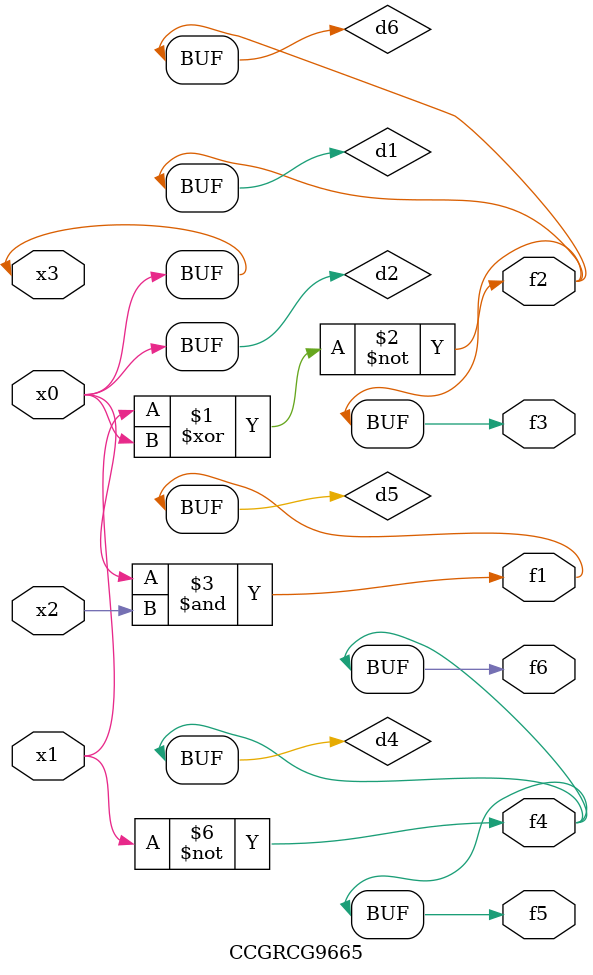
<source format=v>
module CCGRCG9665(
	input x0, x1, x2, x3,
	output f1, f2, f3, f4, f5, f6
);

	wire d1, d2, d3, d4, d5, d6;

	xnor (d1, x1, x3);
	buf (d2, x0, x3);
	nand (d3, x0, x2);
	not (d4, x1);
	nand (d5, d3);
	or (d6, d1);
	assign f1 = d5;
	assign f2 = d6;
	assign f3 = d6;
	assign f4 = d4;
	assign f5 = d4;
	assign f6 = d4;
endmodule

</source>
